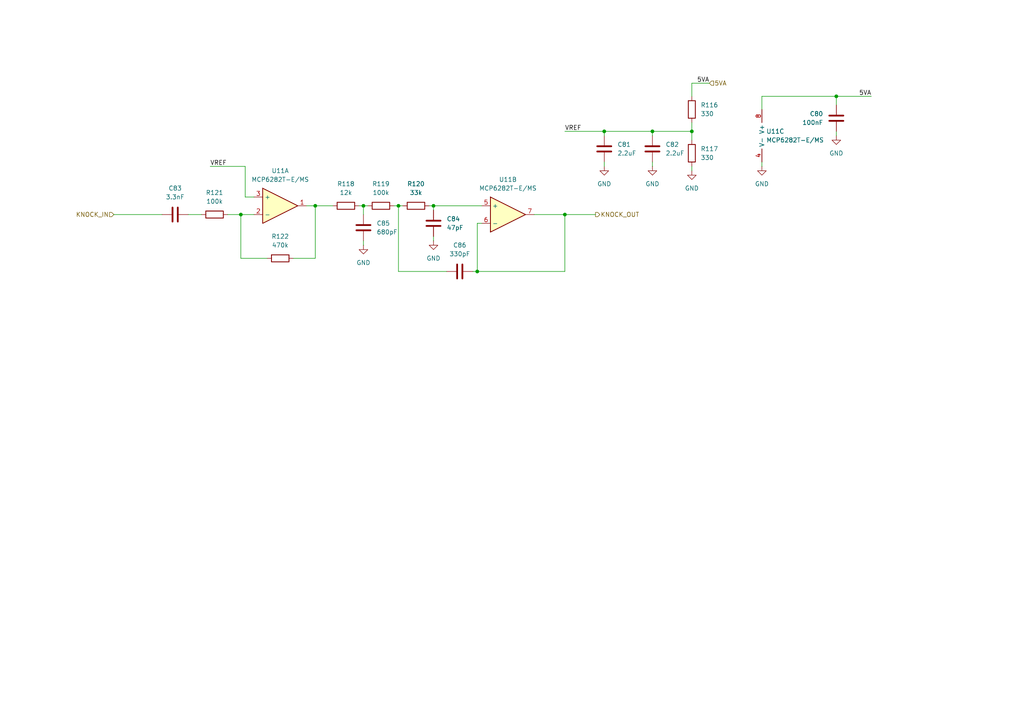
<source format=kicad_sch>
(kicad_sch (version 20231120) (generator "eeschema") (generator_version "8.0")
  (paper "A4")
  (lib_symbols
    (symbol "Device:C" (pin_numbers hide) (pin_names (offset 0.254))
      (property "Reference" "C" (at 0.635 2.54 0))
      (property "Value" "C" (at 0.635 -2.54 0))
      (symbol "C_0_1"
        (polyline (pts (xy -2.032 -0.762) (xy 2.032 -0.762)) (stroke (width 0.508)))
        (polyline (pts (xy -2.032 0.762) (xy 2.032 0.762)) (stroke (width 0.508)))
      )
      (symbol "C_1_1"
        (pin passive line (at 0 3.81 270) (length 2.794) (name "~") (number "1"))
        (pin passive line (at 0 -3.81 90) (length 2.794) (name "~") (number "2"))
      )
    )
    (symbol "Device:Opamp_Dual"
      (property "Reference" "U" (at 0 5.08 0))
      (property "Value" "Opamp_Dual" (at 0 -5.08 0))
      (symbol "Opamp_Dual_1_1"
        (polyline (pts (xy -5.08 5.08) (xy 5.08 0) (xy -5.08 -5.08) (xy -5.08 5.08)) (stroke (width 0.254)) (fill (type background)))
        (pin output line (at 7.62 0 180) (length 2.54) (name "~") (number "1"))
        (pin input line (at -7.62 -2.54 0) (length 2.54) (name "-") (number "2"))
        (pin input line (at -7.62 2.54 0) (length 2.54) (name "+") (number "3"))
      )
      (symbol "Opamp_Dual_2_1"
        (polyline (pts (xy -5.08 5.08) (xy 5.08 0) (xy -5.08 -5.08) (xy -5.08 5.08)) (stroke (width 0.254)) (fill (type background)))
        (pin input line (at -7.62 2.54 0) (length 2.54) (name "+") (number "5"))
        (pin input line (at -7.62 -2.54 0) (length 2.54) (name "-") (number "6"))
        (pin output line (at 7.62 0 180) (length 2.54) (name "~") (number "7"))
      )
      (symbol "Opamp_Dual_3_1"
        (pin power_in line (at -2.54 -7.62 90) (length 3.81) (name "V-") (number "4"))
        (pin power_in line (at -2.54 7.62 270) (length 3.81) (name "V+") (number "8"))
      )
    )
    (symbol "Device:R" (pin_numbers hide) (pin_names (offset 0))
      (property "Reference" "R" (at 2.032 0 90))
      (property "Value" "R" (at 0 0 90))
      (symbol "R_0_1"
        (rectangle (start -1.016 -2.54) (end 1.016 2.54) (stroke (width 0.254)))
      )
      (symbol "R_1_1"
        (pin passive line (at 0 3.81 270) (length 1.27) (name "~") (number "1"))
        (pin passive line (at 0 -3.81 90) (length 1.27) (name "~") (number "2"))
      )
    )
    (symbol "power:GND" (power) (pin_numbers hide) (pin_names (offset 0) hide)
      (property "Value" "GND" (at 0 -3.81 0))
      (symbol "GND_0_1"
        (polyline (pts (xy 0 0) (xy 0 -1.27) (xy 1.27 -1.27) (xy 0 -2.54) (xy -1.27 -1.27) (xy 0 -1.27)))
      )
      (symbol "GND_1_1"
        (pin power_in line (at 0 0 270) (length 0) (name "~") (number "1"))
      )
    )
  )
  (junction (at 175.26 38.1))
  (junction (at 138.43 78.74))
  (junction (at 189.23 38.1))
  (junction (at 200.66 38.1))
  (junction (at 125.73 59.69))
  (junction (at 242.57 27.94))
  (junction (at 115.57 59.69))
  (junction (at 105.41 59.69))
  (junction (at 69.85 62.23))
  (junction (at 163.83 62.23))
  (junction (at 91.44 59.69))
  (wire (pts (xy 104.14 59.69) (xy 105.41 59.69)))
  (wire (pts (xy 163.83 62.23) (xy 172.72 62.23)))
  (wire (pts (xy 189.23 38.1) (xy 200.66 38.1)))
  (wire (pts (xy 91.44 59.69) (xy 96.52 59.69)))
  (wire (pts (xy 175.26 38.1) (xy 175.26 39.37)))
  (wire (pts (xy 69.85 74.93) (xy 77.47 74.93)))
  (wire (pts (xy 163.83 78.74) (xy 138.43 78.74)))
  (wire (pts (xy 125.73 59.69) (xy 124.46 59.69)))
  (wire (pts (xy 60.96 48.26) (xy 71.12 48.26)))
  (wire (pts (xy 138.43 78.74) (xy 137.16 78.74)))
  (wire (pts (xy 154.94 62.23) (xy 163.83 62.23)))
  (wire (pts (xy 46.99 62.23) (xy 33.02 62.23)))
  (wire (pts (xy 69.85 74.93) (xy 69.85 62.23)))
  (wire (pts (xy 105.41 69.85) (xy 105.41 71.12)))
  (wire (pts (xy 91.44 59.69) (xy 91.44 74.93)))
  (wire (pts (xy 125.73 59.69) (xy 139.7 59.69)))
  (wire (pts (xy 220.98 46.99) (xy 220.98 48.26)))
  (wire (pts (xy 71.12 57.15) (xy 73.66 57.15)))
  (wire (pts (xy 242.57 27.94) (xy 242.57 30.48)))
  (wire (pts (xy 71.12 57.15) (xy 71.12 48.26)))
  (wire (pts (xy 189.23 38.1) (xy 189.23 39.37)))
  (wire (pts (xy 242.57 27.94) (xy 252.73 27.94)))
  (wire (pts (xy 88.9 59.69) (xy 91.44 59.69)))
  (wire (pts (xy 125.73 60.96) (xy 125.73 59.69)))
  (wire (pts (xy 115.57 59.69) (xy 114.3 59.69)))
  (wire (pts (xy 220.98 31.75) (xy 220.98 27.94)))
  (wire (pts (xy 138.43 64.77) (xy 138.43 78.74)))
  (wire (pts (xy 175.26 38.1) (xy 189.23 38.1)))
  (wire (pts (xy 91.44 74.93) (xy 85.09 74.93)))
  (wire (pts (xy 115.57 78.74) (xy 115.57 59.69)))
  (wire (pts (xy 189.23 46.99) (xy 189.23 48.26)))
  (wire (pts (xy 163.83 38.1) (xy 175.26 38.1)))
  (wire (pts (xy 54.61 62.23) (xy 58.42 62.23)))
  (wire (pts (xy 200.66 38.1) (xy 200.66 40.64)))
  (wire (pts (xy 175.26 46.99) (xy 175.26 48.26)))
  (wire (pts (xy 129.54 78.74) (xy 115.57 78.74)))
  (wire (pts (xy 200.66 48.26) (xy 200.66 49.53)))
  (wire (pts (xy 139.7 64.77) (xy 138.43 64.77)))
  (wire (pts (xy 105.41 59.69) (xy 106.68 59.69)))
  (wire (pts (xy 220.98 27.94) (xy 242.57 27.94)))
  (wire (pts (xy 105.41 59.69) (xy 105.41 62.23)))
  (wire (pts (xy 69.85 62.23) (xy 73.66 62.23)))
  (wire (pts (xy 200.66 24.13) (xy 205.74 24.13)))
  (wire (pts (xy 125.73 68.58) (xy 125.73 69.85)))
  (wire (pts (xy 115.57 59.69) (xy 116.84 59.69)))
  (wire (pts (xy 200.66 27.94) (xy 200.66 24.13)))
  (wire (pts (xy 66.04 62.23) (xy 69.85 62.23)))
  (wire (pts (xy 163.83 62.23) (xy 163.83 78.74)))
  (wire (pts (xy 200.66 35.56) (xy 200.66 38.1)))
  (wire (pts (xy 242.57 38.1) (xy 242.57 39.37)))
  (label "VREF" (at 60.96 48.26 0))
  (label "VREF" (at 163.83 38.1 0))
  (label "5VA" (at 205.74 24.13 180))
  (label "5VA" (at 252.73 27.94 180))
  (hierarchical_label "KNOCK_OUT" (shape output) (at 172.72 62.23 0))
  (hierarchical_label "KNOCK_IN" (shape input) (at 33.02 62.23 180))
  (hierarchical_label "5VA" (shape input) (at 205.74 24.13 0))
  (symbol (lib_id "Device:Opamp_Dual") (at 147.32 62.23 0) (unit 2)
    (property "Reference" "U11" (at 147.32 52.07 0))
    (property "Value" "MCP6282T-E/MS" (at 147.32 54.61 0))
    (property "Footprint" "Package_SO:MSOP-8_3x3mm_P0.65mm" (effects (hide yes)))
    (property "Description" "Dual operational amplifier" (effects (hide yes)))
    (property "MPN" "MCP6282T-E/MS" (effects (hide yes)))
    (property "Sim.Library" "${KICAD7_SYMBOL_DIR}/Simulation_SPICE.sp" (effects (hide yes)))
    (property "Sim.Name" "kicad_builtin_opamp_dual" (effects (hide yes)))
    (property "Sim.Device" "SUBCKT" (effects (hide yes)))
    (property "Sim.Pins" "1=out1 2=in1- 3=in1+ 4=vee 5=in2+ 6=in2- 7=out2 8=vcc" (effects (hide yes)))
  )
  (symbol (lib_id "Device:C") (at 133.35 78.74 270) (unit 1)
    (property "Reference" "C86" (at 133.35 71.12 90))
    (property "Value" "330pF" (at 133.35 73.66 90))
    (property "Footprint" "Capacitor_SMD:C_0402_1005Metric" (effects (hide yes)))
    (property "MPN" "GCM155R71H331KA37D" (effects (hide yes)))
  )
  (symbol (lib_id "Device:R") (at 200.66 44.45 180) (unit 1)
    (property "Reference" "R117" (at 203.2 43.18 0) (effects (justify right)))
    (property "Value" "330" (at 203.2 45.72 0) (effects (justify right)))
    (property "Footprint" "Resistor_SMD:R_0402_1005Metric" (effects (hide yes)))
    (property "MPN" "AC0402FR-07330RL" (effects (hide yes)))
  )
  (symbol (lib_id "Device:R") (at 100.33 59.69 90) (unit 1)
    (property "Reference" "R118" (at 100.33 53.34 90))
    (property "Value" "12k" (at 100.33 55.88 90))
    (property "Footprint" "Resistor_SMD:R_0402_1005Metric" (effects (hide yes)))
    (property "MPN" "AC0402FR-0712KL" (effects (hide yes)))
  )
  (symbol (lib_id "power:GND") (at 105.41 71.12 0) (unit 1)
    (property "Reference" "#PWR091" (effects (hide yes)))
    (property "Value" "GND" (at 105.41 76.2 0))
    (property "Description" "Power symbol creates a global label with name \"GND\" , ground" (effects (hide yes)))
  )
  (symbol (lib_id "power:GND") (at 220.98 48.26 0) (unit 1)
    (property "Reference" "#PWR0126" (effects (hide yes)))
    (property "Value" "GND" (at 220.98 53.34 0))
    (property "Description" "Power symbol creates a global label with name \"GND\" , ground" (effects (hide yes)))
  )
  (symbol (lib_id "power:GND") (at 125.73 69.85 0) (unit 1)
    (property "Reference" "#PWR0128" (effects (hide yes)))
    (property "Value" "GND" (at 125.73 74.93 0))
    (property "Description" "Power symbol creates a global label with name \"GND\" , ground" (effects (hide yes)))
  )
  (symbol (lib_id "Device:R") (at 81.28 74.93 90) (unit 1)
    (property "Reference" "R122" (at 81.28 68.58 90))
    (property "Value" "470k" (at 81.28 71.12 90))
    (property "Footprint" "Resistor_SMD:R_0402_1005Metric" (effects (hide yes)))
  )
  (symbol (lib_id "Device:C") (at 242.57 34.29 0) (mirror y) (unit 1)
    (property "Reference" "C80" (at 238.76 33.02 0) (effects (justify left)))
    (property "Value" "100nF" (at 238.76 35.56 0) (effects (justify left)))
    (property "Footprint" "Capacitor_SMD:C_0402_1005Metric" (effects (hide yes)))
    (property "MPN" "CL05B104KB54PNC" (effects (hide yes)))
  )
  (symbol (lib_id "Device:Opamp_Dual") (at 81.28 59.69 0) (unit 1)
    (property "Reference" "U11" (at 81.28 49.53 0))
    (property "Value" "MCP6282T-E/MS" (at 81.28 52.07 0))
    (property "Footprint" "Package_SO:MSOP-8_3x3mm_P0.65mm" (effects (hide yes)))
    (property "Description" "Dual operational amplifier" (effects (hide yes)))
    (property "MPN" "MCP6282T-E/MS" (effects (hide yes)))
    (property "Sim.Library" "${KICAD7_SYMBOL_DIR}/Simulation_SPICE.sp" (effects (hide yes)))
    (property "Sim.Name" "kicad_builtin_opamp_dual" (effects (hide yes)))
    (property "Sim.Device" "SUBCKT" (effects (hide yes)))
    (property "Sim.Pins" "1=out1 2=in1- 3=in1+ 4=vee 5=in2+ 6=in2- 7=out2 8=vcc" (effects (hide yes)))
  )
  (symbol (lib_id "power:GND") (at 242.57 39.37 0) (unit 1)
    (property "Reference" "#PWR0127" (effects (hide yes)))
    (property "Value" "GND" (at 242.57 44.45 0))
    (property "Description" "Power symbol creates a global label with name \"GND\" , ground" (effects (hide yes)))
  )
  (symbol (lib_id "Device:C") (at 175.26 43.18 0) (unit 1)
    (property "Reference" "C81" (at 179.07 41.91 0) (effects (justify left)))
    (property "Value" "2.2uF" (at 179.07 44.45 0) (effects (justify left)))
    (property "Footprint" "Capacitor_SMD:C_0805_2012Metric" (effects (hide yes)))
    (property "MPN" "CL21B225KOFNNNE" (effects (hide yes)))
  )
  (symbol (lib_id "Device:C") (at 50.8 62.23 90) (unit 1)
    (property "Reference" "C83" (at 50.8 54.61 90))
    (property "Value" "3.3nF" (at 50.8 57.15 90))
    (property "Footprint" "Capacitor_SMD:C_0402_1005Metric" (effects (hide yes)))
    (property "MPN" "GCM155R71H332KA37D" (effects (hide yes)))
  )
  (symbol (lib_id "Device:C") (at 189.23 43.18 0) (unit 1)
    (property "Reference" "C82" (at 193.04 41.91 0) (effects (justify left)))
    (property "Value" "2.2uF" (at 193.04 44.45 0) (effects (justify left)))
    (property "Footprint" "Capacitor_SMD:C_0805_2012Metric" (effects (hide yes)))
    (property "MPN" "CL21B225KOFNNNE" (effects (hide yes)))
  )
  (symbol (lib_id "power:GND") (at 200.66 49.53 0) (unit 1)
    (property "Reference" "#PWR0125" (effects (hide yes)))
    (property "Value" "GND" (at 200.66 54.61 0))
    (property "Description" "Power symbol creates a global label with name \"GND\" , ground" (effects (hide yes)))
  )
  (symbol (lib_id "Device:Opamp_Dual") (at 223.52 39.37 0) (unit 3)
    (property "Reference" "U11" (at 222.25 38.0999 0) (effects (justify left)))
    (property "Value" "MCP6282T-E/MS" (at 222.25 40.6399 0) (effects (justify left)))
    (property "Footprint" "Package_SO:MSOP-8_3x3mm_P0.65mm" (effects (hide yes)))
    (property "Description" "Dual operational amplifier" (effects (hide yes)))
    (property "MPN" "MCP6282T-E/MS" (effects (hide yes)))
    (property "Sim.Library" "${KICAD7_SYMBOL_DIR}/Simulation_SPICE.sp" (effects (hide yes)))
    (property "Sim.Name" "kicad_builtin_opamp_dual" (effects (hide yes)))
    (property "Sim.Device" "SUBCKT" (effects (hide yes)))
    (property "Sim.Pins" "1=out1 2=in1- 3=in1+ 4=vee 5=in2+ 6=in2- 7=out2 8=vcc" (effects (hide yes)))
  )
  (symbol (lib_id "Device:R") (at 120.65 59.69 90) (unit 1)
    (property "Reference" "R120" (at 120.65 53.34 90))
    (property "Value" "33k" (at 120.65 55.88 90))
    (property "Footprint" "Resistor_SMD:R_0402_1005Metric" (effects (hide yes)))
    (property "MPN" "AC0402FR-0733KL" (effects (hide yes)))
  )
  (symbol (lib_id "power:GND") (at 189.23 48.26 0) (unit 1)
    (property "Reference" "#PWR0124" (effects (hide yes)))
    (property "Value" "GND" (at 189.23 53.34 0))
    (property "Description" "Power symbol creates a global label with name \"GND\" , ground" (effects (hide yes)))
  )
  (symbol (lib_id "Device:C") (at 105.41 66.04 180) (unit 1)
    (property "Reference" "C85" (at 109.22 64.77 0) (effects (justify right)))
    (property "Value" "680pF" (at 109.22 67.31 0) (effects (justify right)))
    (property "Footprint" "Capacitor_SMD:C_0402_1005Metric" (effects (hide yes)))
    (property "MPN" "GCM155R71H681KA37J" (effects (hide yes)))
  )
  (symbol (lib_id "Device:R") (at 200.66 31.75 180) (unit 1)
    (property "Reference" "R116" (at 203.2 30.48 0) (effects (justify right)))
    (property "Value" "330" (at 203.2 33.02 0) (effects (justify right)))
    (property "Footprint" "Resistor_SMD:R_0402_1005Metric" (effects (hide yes)))
    (property "MPN" "AC0402FR-07330RL" (effects (hide yes)))
  )
  (symbol (lib_id "Device:R") (at 62.23 62.23 90) (unit 1)
    (property "Reference" "R121" (at 62.23 55.88 90))
    (property "Value" "100k" (at 62.23 58.42 90))
    (property "Footprint" "Resistor_SMD:R_0402_1005Metric" (effects (hide yes)))
    (property "MPN" "AC0402FR-07100KL" (effects (hide yes)))
  )
  (symbol (lib_id "Device:C") (at 125.73 64.77 180) (unit 1)
    (property "Reference" "C84" (at 129.54 63.5 0) (effects (justify right)))
    (property "Value" "47pF" (at 129.54 66.04 0) (effects (justify right)))
    (property "Footprint" "Capacitor_SMD:C_0402_1005Metric" (effects (hide yes)))
    (property "MPN" "CL05C470JB51PNC" (effects (hide yes)))
  )
  (symbol (lib_id "Device:R") (at 110.49 59.69 90) (unit 1)
    (property "Reference" "R119" (at 110.49 53.34 90))
    (property "Value" "100k" (at 110.49 55.88 90))
    (property "Footprint" "Resistor_SMD:R_0402_1005Metric" (effects (hide yes)))
    (property "MPN" "AC0402FR-07100KL" (effects (hide yes)))
  )
  (symbol (lib_id "power:GND") (at 175.26 48.26 0) (unit 1)
    (property "Reference" "#PWR0123" (effects (hide yes)))
    (property "Value" "GND" (at 175.26 53.34 0))
    (property "Description" "Power symbol creates a global label with name \"GND\" , ground" (effects (hide yes)))
  )
)
</source>
